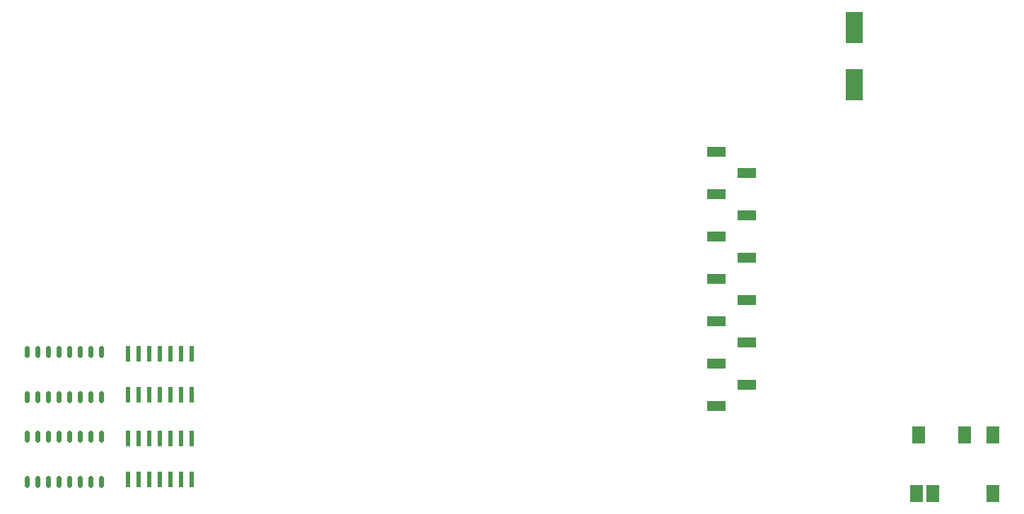
<source format=gbr>
G04 EAGLE Gerber RS-274X export*
G75*
%MOMM*%
%FSLAX34Y34*%
%LPD*%
%INSolderpaste Top*%
%IPPOS*%
%AMOC8*
5,1,8,0,0,1.08239X$1,22.5*%
G01*
G04 Define Apertures*
%ADD10C,0.600000*%
%ADD11R,0.558800X1.981200*%
%ADD12R,1.500000X2.000000*%
%ADD13R,2.200000X1.270000*%
%ADD14R,2.115300X3.763600*%
D10*
X412750Y408800D02*
X412750Y400300D01*
X425450Y400300D02*
X425450Y408800D01*
X438150Y408800D02*
X438150Y400300D01*
X450850Y400300D02*
X450850Y408800D01*
X463550Y408800D02*
X463550Y400300D01*
X476250Y400300D02*
X476250Y408800D01*
X488950Y408800D02*
X488950Y400300D01*
X501650Y400300D02*
X501650Y408800D01*
X501650Y454800D02*
X501650Y463300D01*
X488950Y463300D02*
X488950Y454800D01*
X476250Y454800D02*
X476250Y463300D01*
X463550Y463300D02*
X463550Y454800D01*
X450850Y454800D02*
X450850Y463300D01*
X438150Y463300D02*
X438150Y454800D01*
X425450Y454800D02*
X425450Y463300D01*
X412750Y463300D02*
X412750Y454800D01*
X412750Y501900D02*
X412750Y510400D01*
X425450Y510400D02*
X425450Y501900D01*
X438150Y501900D02*
X438150Y510400D01*
X450850Y510400D02*
X450850Y501900D01*
X463550Y501900D02*
X463550Y510400D01*
X476250Y510400D02*
X476250Y501900D01*
X488950Y501900D02*
X488950Y510400D01*
X501650Y510400D02*
X501650Y501900D01*
X501650Y556400D02*
X501650Y564900D01*
X488950Y564900D02*
X488950Y556400D01*
X476250Y556400D02*
X476250Y564900D01*
X463550Y564900D02*
X463550Y556400D01*
X450850Y556400D02*
X450850Y564900D01*
X438150Y564900D02*
X438150Y556400D01*
X425450Y556400D02*
X425450Y564900D01*
X412750Y564900D02*
X412750Y556400D01*
D11*
X533400Y407162D03*
X546100Y407162D03*
X558800Y407162D03*
X571500Y407162D03*
X584200Y407162D03*
X596900Y407162D03*
X609600Y407162D03*
X609600Y456438D03*
X596900Y456438D03*
X584200Y456438D03*
X571500Y456438D03*
X558800Y456438D03*
X546100Y456438D03*
X533400Y456438D03*
X533400Y508762D03*
X546100Y508762D03*
X558800Y508762D03*
X571500Y508762D03*
X584200Y508762D03*
X596900Y508762D03*
X609600Y508762D03*
X609600Y558038D03*
X596900Y558038D03*
X584200Y558038D03*
X571500Y558038D03*
X558800Y558038D03*
X546100Y558038D03*
X533400Y558038D03*
D12*
X1569640Y390350D03*
X1569640Y460350D03*
X1535640Y460350D03*
X1480640Y460350D03*
X1497640Y390350D03*
X1477640Y390350D03*
D13*
X1238250Y495300D03*
X1274250Y520700D03*
X1238250Y546100D03*
X1274250Y571500D03*
X1238250Y596900D03*
X1274250Y622300D03*
X1238250Y647700D03*
X1274250Y673100D03*
X1238250Y698500D03*
X1274250Y723900D03*
X1238250Y749300D03*
X1274250Y774700D03*
X1238250Y800100D03*
D14*
X1403350Y948659D03*
X1403350Y880141D03*
M02*

</source>
